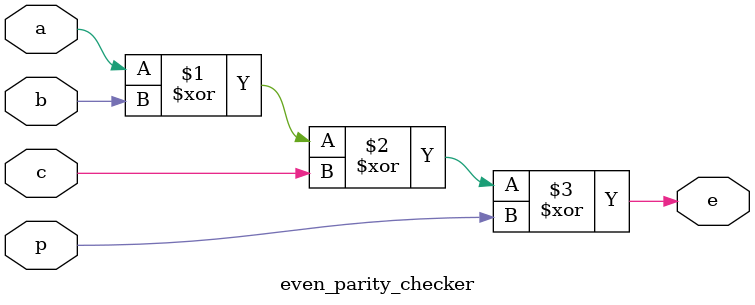
<source format=v>
module even_parity_checker(input a,b,c,p, output e);
  assign e = (a^b^c^p);
endmodule

</source>
